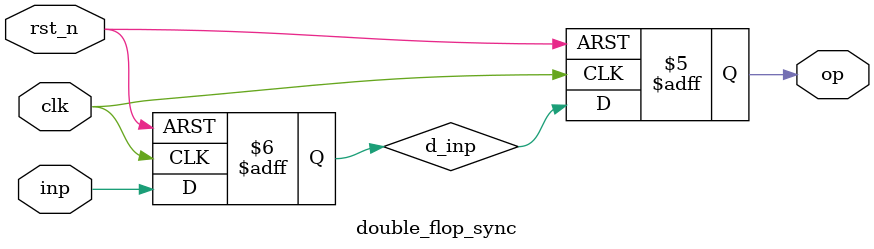
<source format=v>


module double_flop_sync (
  input            clk,     // Input clock
  input            rst_n,   // Input reset
  input            inp,     // Input singal
  output reg       op       // Double flopped output signal
);

reg       d_inp;


  // Flop the enable signal in the Destination clock domain
  always @ (posedge clk or negedge rst_n)
    if(!rst_n)
      d_inp <= 1'b0;
    else
      d_inp <= inp;



  // Double flop the enable signal in the Destination clock domain
  always @ (posedge clk or negedge rst_n)
    if(!rst_n)
      op <= 1'b0;
    else
      op <= d_inp;


endmodule

</source>
